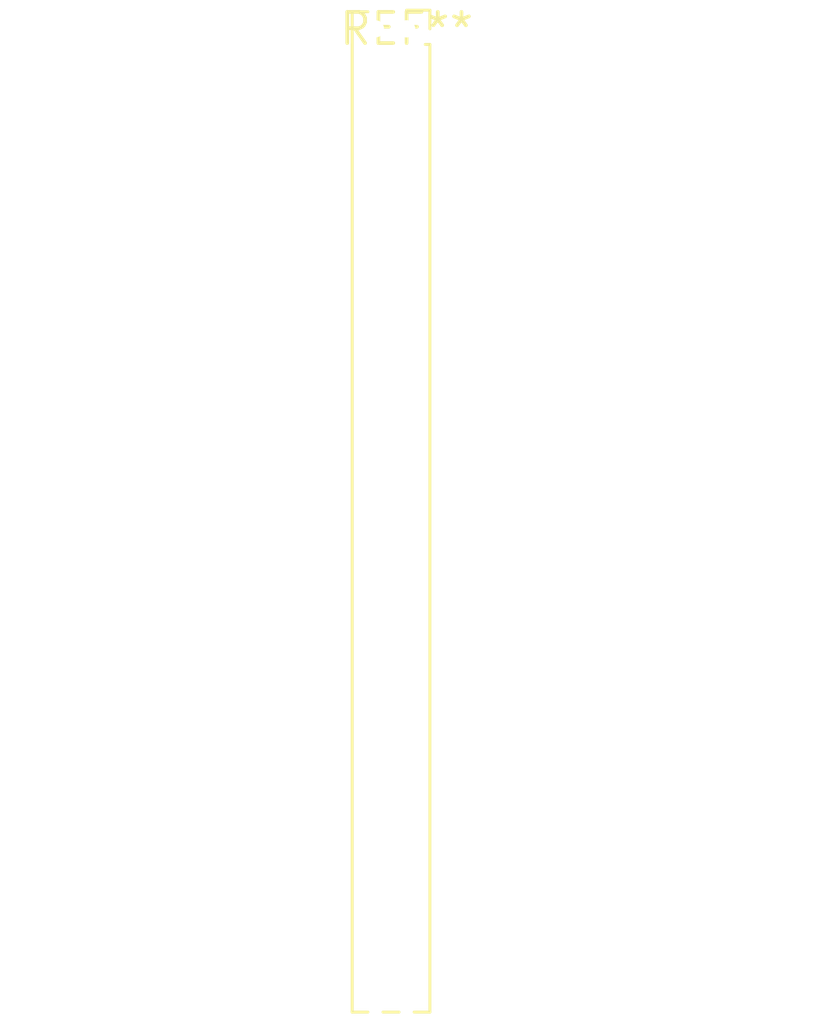
<source format=kicad_pcb>
(kicad_pcb (version 20240108) (generator pcbnew)
  (layers (0 "F.Cu" signal) (31 "B.Cu" signal) (34 "B.Paste" user) (35 "F.Paste" user) (36 "B.SilkS" user "B.Silkscreen") (37 "F.SilkS" user "F.Silkscreen") (38 "B.Mask" user) (39 "F.Mask" user) (44 "Edge.Cuts" user))
  (net 0 "")
  (footprint "PinSocket_2x32_P1.27mm_Vertical" (layer "F.Cu") (at 0 0)
    (property "Reference" "REF**")
    (property "Value" "PinSocket_2x32_P1.27mm_Vertical")
    (fp_line (start -2.22 -0.695) (end -2.22 40.065) (layer "F.SilkS") (stroke (width 0.12)))
    (fp_line (start -2.22 -0.695) (end -1.57753 -0.695) (layer "F.SilkS") (stroke (width 0.12)))
    (fp_line (start -2.22 40.065) (end -1.57753 40.065) (layer "F.SilkS") (stroke (width 0.12)))
    (fp_line (start -0.96247 -0.695) (end -0.76 -0.695) (layer "F.SilkS") (stroke (width 0.12)))
    (fp_line (start -0.96247 40.065) (end -0.30753 40.065) (layer "F.SilkS") (stroke (width 0.12)))
    (fp_line (start 0 -0.76) (end 0.95 -0.76) (layer "F.SilkS") (stroke (width 0.12)))
    (fp_line (start 0.30753 40.065) (end 0.95 40.065) (layer "F.SilkS") (stroke (width 0.12)))
    (fp_line (start 0.76 0.635) (end 0.95 0.635) (layer "F.SilkS") (stroke (width 0.12)))
    (fp_line (start 0.95 -0.76) (end 0.95 0) (layer "F.SilkS") (stroke (width 0.12)))
    (fp_line (start 0.95 0.635) (end 0.95 40.065) (layer "F.SilkS") (stroke (width 0.12)))
    (pad "1" thru_hole rect (at 0 0) (size 1 1) (drill 0.7) (layers *.Cu *.Mask) (remove_unused_layers))
    (pad "2" thru_hole oval (at -1.27 0) (size 1 1) (drill 0.7) (layers *.Cu *.Mask) (remove_unused_layers))
    (pad "3" thru_hole oval (at 0 1.27) (size 1 1) (drill 0.7) (layers *.Cu *.Mask) (remove_unused_layers))
    (pad "4" thru_hole oval (at -1.27 1.27) (size 1 1) (drill 0.7) (layers *.Cu *.Mask) (remove_unused_layers))
    (pad "5" thru_hole oval (at 0 2.54) (size 1 1) (drill 0.7) (layers *.Cu *.Mask) (remove_unused_layers))
    (pad "6" thru_hole oval (at -1.27 2.54) (size 1 1) (drill 0.7) (layers *.Cu *.Mask) (remove_unused_layers))
    (pad "7" thru_hole oval (at 0 3.81) (size 1 1) (drill 0.7) (layers *.Cu *.Mask) (remove_unused_layers))
    (pad "8" thru_hole oval (at -1.27 3.81) (size 1 1) (drill 0.7) (layers *.Cu *.Mask) (remove_unused_layers))
    (pad "9" thru_hole oval (at 0 5.08) (size 1 1) (drill 0.7) (layers *.Cu *.Mask) (remove_unused_layers))
    (pad "10" thru_hole oval (at -1.27 5.08) (size 1 1) (drill 0.7) (layers *.Cu *.Mask) (remove_unused_layers))
    (pad "11" thru_hole oval (at 0 6.35) (size 1 1) (drill 0.7) (layers *.Cu *.Mask) (remove_unused_layers))
    (pad "12" thru_hole oval (at -1.27 6.35) (size 1 1) (drill 0.7) (layers *.Cu *.Mask) (remove_unused_layers))
    (pad "13" thru_hole oval (at 0 7.62) (size 1 1) (drill 0.7) (layers *.Cu *.Mask) (remove_unused_layers))
    (pad "14" thru_hole oval (at -1.27 7.62) (size 1 1) (drill 0.7) (layers *.Cu *.Mask) (remove_unused_layers))
    (pad "15" thru_hole oval (at 0 8.89) (size 1 1) (drill 0.7) (layers *.Cu *.Mask) (remove_unused_layers))
    (pad "16" thru_hole oval (at -1.27 8.89) (size 1 1) (drill 0.7) (layers *.Cu *.Mask) (remove_unused_layers))
    (pad "17" thru_hole oval (at 0 10.16) (size 1 1) (drill 0.7) (layers *.Cu *.Mask) (remove_unused_layers))
    (pad "18" thru_hole oval (at -1.27 10.16) (size 1 1) (drill 0.7) (layers *.Cu *.Mask) (remove_unused_layers))
    (pad "19" thru_hole oval (at 0 11.43) (size 1 1) (drill 0.7) (layers *.Cu *.Mask) (remove_unused_layers))
    (pad "20" thru_hole oval (at -1.27 11.43) (size 1 1) (drill 0.7) (layers *.Cu *.Mask) (remove_unused_layers))
    (pad "21" thru_hole oval (at 0 12.7) (size 1 1) (drill 0.7) (layers *.Cu *.Mask) (remove_unused_layers))
    (pad "22" thru_hole oval (at -1.27 12.7) (size 1 1) (drill 0.7) (layers *.Cu *.Mask) (remove_unused_layers))
    (pad "23" thru_hole oval (at 0 13.97) (size 1 1) (drill 0.7) (layers *.Cu *.Mask) (remove_unused_layers))
    (pad "24" thru_hole oval (at -1.27 13.97) (size 1 1) (drill 0.7) (layers *.Cu *.Mask) (remove_unused_layers))
    (pad "25" thru_hole oval (at 0 15.24) (size 1 1) (drill 0.7) (layers *.Cu *.Mask) (remove_unused_layers))
    (pad "26" thru_hole oval (at -1.27 15.24) (size 1 1) (drill 0.7) (layers *.Cu *.Mask) (remove_unused_layers))
    (pad "27" thru_hole oval (at 0 16.51) (size 1 1) (drill 0.7) (layers *.Cu *.Mask) (remove_unused_layers))
    (pad "28" thru_hole oval (at -1.27 16.51) (size 1 1) (drill 0.7) (layers *.Cu *.Mask) (remove_unused_layers))
    (pad "29" thru_hole oval (at 0 17.78) (size 1 1) (drill 0.7) (layers *.Cu *.Mask) (remove_unused_layers))
    (pad "30" thru_hole oval (at -1.27 17.78) (size 1 1) (drill 0.7) (layers *.Cu *.Mask) (remove_unused_layers))
    (pad "31" thru_hole oval (at 0 19.05) (size 1 1) (drill 0.7) (layers *.Cu *.Mask) (remove_unused_layers))
    (pad "32" thru_hole oval (at -1.27 19.05) (size 1 1) (drill 0.7) (layers *.Cu *.Mask) (remove_unused_layers))
    (pad "33" thru_hole oval (at 0 20.32) (size 1 1) (drill 0.7) (layers *.Cu *.Mask) (remove_unused_layers))
    (pad "34" thru_hole oval (at -1.27 20.32) (size 1 1) (drill 0.7) (layers *.Cu *.Mask) (remove_unused_layers))
    (pad "35" thru_hole oval (at 0 21.59) (size 1 1) (drill 0.7) (layers *.Cu *.Mask) (remove_unused_layers))
    (pad "36" thru_hole oval (at -1.27 21.59) (size 1 1) (drill 0.7) (layers *.Cu *.Mask) (remove_unused_layers))
    (pad "37" thru_hole oval (at 0 22.86) (size 1 1) (drill 0.7) (layers *.Cu *.Mask) (remove_unused_layers))
    (pad "38" thru_hole oval (at -1.27 22.86) (size 1 1) (drill 0.7) (layers *.Cu *.Mask) (remove_unused_layers))
    (pad "39" thru_hole oval (at 0 24.13) (size 1 1) (drill 0.7) (layers *.Cu *.Mask) (remove_unused_layers))
    (pad "40" thru_hole oval (at -1.27 24.13) (size 1 1) (drill 0.7) (layers *.Cu *.Mask) (remove_unused_layers))
    (pad "41" thru_hole oval (at 0 25.4) (size 1 1) (drill 0.7) (layers *.Cu *.Mask) (remove_unused_layers))
    (pad "42" thru_hole oval (at -1.27 25.4) (size 1 1) (drill 0.7) (layers *.Cu *.Mask) (remove_unused_layers))
    (pad "43" thru_hole oval (at 0 26.67) (size 1 1) (drill 0.7) (layers *.Cu *.Mask) (remove_unused_layers))
    (pad "44" thru_hole oval (at -1.27 26.67) (size 1 1) (drill 0.7) (layers *.Cu *.Mask) (remove_unused_layers))
    (pad "45" thru_hole oval (at 0 27.94) (size 1 1) (drill 0.7) (layers *.Cu *.Mask) (remove_unused_layers))
    (pad "46" thru_hole oval (at -1.27 27.94) (size 1 1) (drill 0.7) (layers *.Cu *.Mask) (remove_unused_layers))
    (pad "47" thru_hole oval (at 0 29.21) (size 1 1) (drill 0.7) (layers *.Cu *.Mask) (remove_unused_layers))
    (pad "48" thru_hole oval (at -1.27 29.21) (size 1 1) (drill 0.7) (layers *.Cu *.Mask) (remove_unused_layers))
    (pad "49" thru_hole oval (at 0 30.48) (size 1 1) (drill 0.7) (layers *.Cu *.Mask) (remove_unused_layers))
    (pad "50" thru_hole oval (at -1.27 30.48) (size 1 1) (drill 0.7) (layers *.Cu *.Mask) (remove_unused_layers))
    (pad "51" thru_hole oval (at 0 31.75) (size 1 1) (drill 0.7) (layers *.Cu *.Mask) (remove_unused_layers))
    (pad "52" thru_hole oval (at -1.27 31.75) (size 1 1) (drill 0.7) (layers *.Cu *.Mask) (remove_unused_layers))
    (pad "53" thru_hole oval (at 0 33.02) (size 1 1) (drill 0.7) (layers *.Cu *.Mask) (remove_unused_layers))
    (pad "54" thru_hole oval (at -1.27 33.02) (size 1 1) (drill 0.7) (layers *.Cu *.Mask) (remove_unused_layers))
    (pad "55" thru_hole oval (at 0 34.29) (size 1 1) (drill 0.7) (layers *.Cu *.Mask) (remove_unused_layers))
    (pad "56" thru_hole oval (at -1.27 34.29) (size 1 1) (drill 0.7) (layers *.Cu *.Mask) (remove_unused_layers))
    (pad "57" thru_hole oval (at 0 35.56) (size 1 1) (drill 0.7) (layers *.Cu *.Mask) (remove_unused_layers))
    (pad "58" thru_hole oval (at -1.27 35.56) (size 1 1) (drill 0.7) (layers *.Cu *.Mask) (remove_unused_layers))
    (pad "59" thru_hole oval (at 0 36.83) (size 1 1) (drill 0.7) (layers *.Cu *.Mask) (remove_unused_layers))
    (pad "60" thru_hole oval (at -1.27 36.83) (size 1 1) (drill 0.7) (layers *.Cu *.Mask) (remove_unused_layers))
    (pad "61" thru_hole oval (at 0 38.1) (size 1 1) (drill 0.7) (layers *.Cu *.Mask) (remove_unused_layers))
    (pad "62" thru_hole oval (at -1.27 38.1) (size 1 1) (drill 0.7) (layers *.Cu *.Mask) (remove_unused_layers))
    (pad "63" thru_hole oval (at 0 39.37) (size 1 1) (drill 0.7) (layers *.Cu *.Mask) (remove_unused_layers))
    (pad "64" thru_hole oval (at -1.27 39.37) (size 1 1) (drill 0.7) (layers *.Cu *.Mask) (remove_unused_layers))
  )
)
</source>
